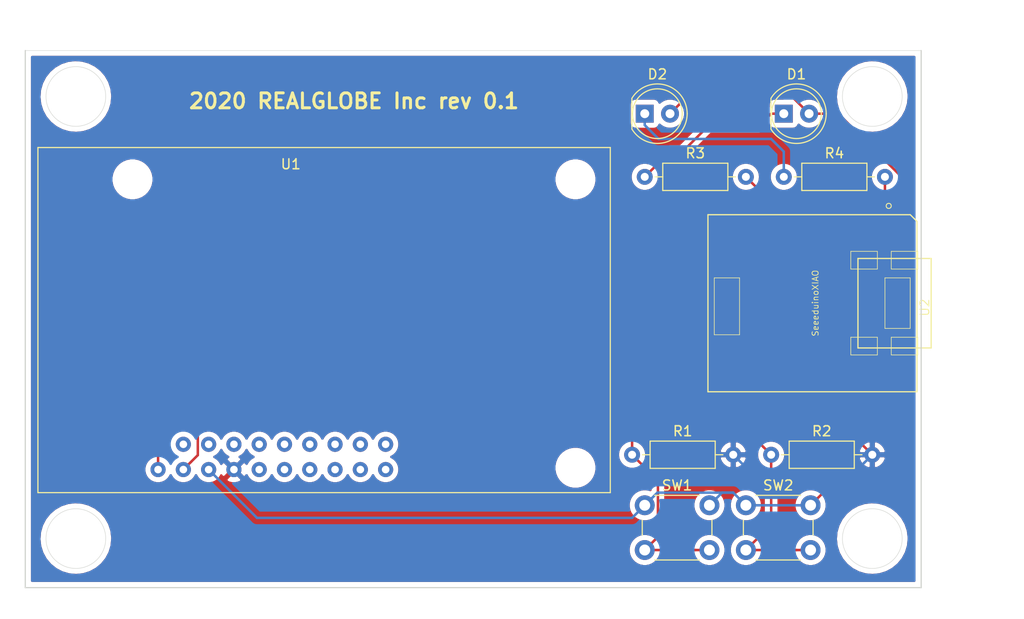
<source format=kicad_pcb>
(kicad_pcb (version 20171130) (host pcbnew "(5.1.2-1)-1")
  (layers (0 F.Cu signal hide) (31 B.Cu signal) (34 B.Paste user) (35 F.Paste user) (36 B.SilkS user) (37 F.SilkS user) (38 B.Mask user) (39 F.Mask user) (44 Edge.Cuts user))
  (net 0 "")
  (net 1 +3V3)
  (net 2 "Net-(D1-Pad1)")
  (net 3 "Net-(D2-Pad1)")
  (net 4 "Net-(R1-Pad1)")
  (net 5 GND)
  (net 6 "Net-(R2-Pad1)")
  (net 7 "Net-(R3-Pad2)")
  (net 8 "Net-(R4-Pad2)")
  (net 9 "Net-(U1-Pad19)")
  (net 10 "Net-(U1-Pad18)")
  (net 11 "Net-(U1-Pad15)")
  (net 12 "Net-(U1-Pad14)")
  (net 13 "Net-(U1-Pad13)")
  (net 14 "Net-(U1-Pad12)")
  (net 15 "Net-(U1-Pad11)")
  (net 16 "Net-(U1-Pad10)")
  (net 17 "Net-(U1-Pad9)")
  (net 18 "Net-(U1-Pad8)")
  (net 19 "Net-(U1-Pad7)")
  (net 20 "Net-(U1-Pad6)")
  (net 21 "Net-(U1-Pad5)")
  (net 22 "Net-(U1-Pad4)")
  (net 23 "Net-(U1-Pad3)")
  (net 24 "Net-(U1-Pad1)")
  (net 25 "Net-(U1-Pad2)")
  (net 26 "Net-(U2-Pad14)")
  (net 27 "Net-(U2-Pad11)")
  (net 28 "Net-(U2-Pad10)")
  (net 29 "Net-(U2-Pad9)")
  (net 30 "Net-(U2-Pad8)")
  (net 31 "Net-(U2-Pad5)")
  (net 32 "Net-(U2-Pad15)")
  (net 33 "Net-(U2-Pad16)")
  (net 34 "Net-(U2-Pad17)")
  (net 35 "Net-(U2-Pad18)")
  (net 36 "Net-(U2-Pad19)")
  (net 37 "Net-(U2-Pad20)")
  (module Button_Switch_THT:SW_PUSH_6mm (layer F.Cu) (at 62.23 45.72)
    (fp_text reference SW1 (at 3.25 -2) (layer F.SilkS))
    (fp_text value SW_Push)
    (fp_line (start 1 5.5) (end 5.5 5.5) (layer F.SilkS) (width 0.12))
    (fp_line (start -0.25 1.5) (end -0.25 3) (layer F.SilkS) (width 0.12))
    (fp_line (start 5.5 -1) (end 1 -1) (layer F.SilkS) (width 0.12))
    (fp_line (start 6.75 3) (end 6.75 1.5) (layer F.SilkS) (width 0.12))
    (pad 2 thru_hole circle (at 0 4.5 90) (size 2 2) (drill 1.1) (layers *.Cu *.Mask) (net 4 "Net-(R1-Pad1)"))
    (pad 1 thru_hole circle (at 0 0 90) (size 2 2) (drill 1.1) (layers *.Cu *.Mask) (net 1 +3V3))
    (pad 2 thru_hole circle (at 6.5 4.5 90) (size 2 2) (drill 1.1) (layers *.Cu *.Mask) (net 4 "Net-(R1-Pad1)"))
    (pad 1 thru_hole circle (at 6.5 0 90) (size 2 2) (drill 1.1) (layers *.Cu *.Mask) (net 1 +3V3))
  )
  (module LED_THT:LED_D5.0mm (layer F.Cu) (at 76.2 6.35)
    (fp_text reference D1 (at 1.27 -3.96) (layer F.SilkS))
    (fp_text value LED)
    (fp_line (start -1.29 -1.545) (end -1.29 1.545) (layer F.SilkS) (width 0.12))
    (fp_circle (center 1.27 0) (end 3.77 0) (layer F.SilkS) (width 0.12))
    (fp_arc (start 1.27 0) (end -1.29 1.54483) (angle -148.9) (layer F.SilkS) (width 0.12))
    (fp_arc (start 1.27 0) (end -1.29 -1.54483) (angle 148.9) (layer F.SilkS) (width 0.12))
    (pad 2 thru_hole circle (at 2.54 0) (size 1.8 1.8) (drill 0.9) (layers *.Cu *.Mask) (net 1 +3V3))
    (pad 1 thru_hole rect (at 0 0) (size 1.8 1.8) (drill 0.9) (layers *.Cu *.Mask) (net 2 "Net-(D1-Pad1)"))
  )
  (module LED_THT:LED_D5.0mm (layer F.Cu) (at 62.23 6.35)
    (fp_text reference D2 (at 1.27 -3.96) (layer F.SilkS))
    (fp_text value LED)
    (fp_arc (start 1.27 0) (end -1.29 -1.54483) (angle 148.9) (layer F.SilkS) (width 0.12))
    (fp_arc (start 1.27 0) (end -1.29 1.54483) (angle -148.9) (layer F.SilkS) (width 0.12))
    (fp_circle (center 1.27 0) (end 3.77 0) (layer F.SilkS) (width 0.12))
    (fp_line (start -1.29 -1.545) (end -1.29 1.545) (layer F.SilkS) (width 0.12))
    (pad 1 thru_hole rect (at 0 0) (size 1.8 1.8) (drill 0.9) (layers *.Cu *.Mask) (net 3 "Net-(D2-Pad1)"))
    (pad 2 thru_hole circle (at 2.54 0) (size 1.8 1.8) (drill 0.9) (layers *.Cu *.Mask) (net 1 +3V3))
  )
  (module Resistor_THT:R_Axial_DIN0207_L6.3mm_D2.5mm_P10.16mm_Horizontal (layer F.Cu) (at 60.96 40.64)
    (fp_text reference R1 (at 5.08 -2.37) (layer F.SilkS))
    (fp_text value R)
    (fp_line (start 1.81 -1.37) (end 1.81 1.37) (layer F.SilkS) (width 0.12))
    (fp_line (start 1.81 1.37) (end 8.35 1.37) (layer F.SilkS) (width 0.12))
    (fp_line (start 8.35 1.37) (end 8.35 -1.37) (layer F.SilkS) (width 0.12))
    (fp_line (start 8.35 -1.37) (end 1.81 -1.37) (layer F.SilkS) (width 0.12))
    (fp_line (start 1.04 0) (end 1.81 0) (layer F.SilkS) (width 0.12))
    (fp_line (start 9.12 0) (end 8.35 0) (layer F.SilkS) (width 0.12))
    (pad 1 thru_hole circle (at 0 0) (size 1.6 1.6) (drill 0.8) (layers *.Cu *.Mask) (net 4 "Net-(R1-Pad1)"))
    (pad 2 thru_hole oval (at 10.16 0) (size 1.6 1.6) (drill 0.8) (layers *.Cu *.Mask) (net 5 GND))
  )
  (module Resistor_THT:R_Axial_DIN0207_L6.3mm_D2.5mm_P10.16mm_Horizontal (layer F.Cu) (at 74.93 40.64)
    (fp_text reference R2 (at 5.08 -2.37) (layer F.SilkS))
    (fp_text value R)
    (fp_line (start 9.12 0) (end 8.35 0) (layer F.SilkS) (width 0.12))
    (fp_line (start 1.04 0) (end 1.81 0) (layer F.SilkS) (width 0.12))
    (fp_line (start 8.35 -1.37) (end 1.81 -1.37) (layer F.SilkS) (width 0.12))
    (fp_line (start 8.35 1.37) (end 8.35 -1.37) (layer F.SilkS) (width 0.12))
    (fp_line (start 1.81 1.37) (end 8.35 1.37) (layer F.SilkS) (width 0.12))
    (fp_line (start 1.81 -1.37) (end 1.81 1.37) (layer F.SilkS) (width 0.12))
    (pad 2 thru_hole oval (at 10.16 0) (size 1.6 1.6) (drill 0.8) (layers *.Cu *.Mask) (net 5 GND))
    (pad 1 thru_hole circle (at 0 0) (size 1.6 1.6) (drill 0.8) (layers *.Cu *.Mask) (net 6 "Net-(R2-Pad1)"))
  )
  (module Resistor_THT:R_Axial_DIN0207_L6.3mm_D2.5mm_P10.16mm_Horizontal (layer F.Cu) (at 62.23 12.7)
    (fp_text reference R3 (at 5.08 -2.37) (layer F.SilkS))
    (fp_text value R)
    (fp_line (start 1.81 -1.37) (end 1.81 1.37) (layer F.SilkS) (width 0.12))
    (fp_line (start 1.81 1.37) (end 8.35 1.37) (layer F.SilkS) (width 0.12))
    (fp_line (start 8.35 1.37) (end 8.35 -1.37) (layer F.SilkS) (width 0.12))
    (fp_line (start 8.35 -1.37) (end 1.81 -1.37) (layer F.SilkS) (width 0.12))
    (fp_line (start 1.04 0) (end 1.81 0) (layer F.SilkS) (width 0.12))
    (fp_line (start 9.12 0) (end 8.35 0) (layer F.SilkS) (width 0.12))
    (pad 1 thru_hole circle (at 0 0) (size 1.6 1.6) (drill 0.8) (layers *.Cu *.Mask) (net 2 "Net-(D1-Pad1)"))
    (pad 2 thru_hole oval (at 10.16 0) (size 1.6 1.6) (drill 0.8) (layers *.Cu *.Mask) (net 7 "Net-(R3-Pad2)"))
  )
  (module Resistor_THT:R_Axial_DIN0207_L6.3mm_D2.5mm_P10.16mm_Horizontal (layer F.Cu) (at 76.2 12.7)
    (fp_text reference R4 (at 5.08 -2.37) (layer F.SilkS))
    (fp_text value R)
    (fp_line (start 9.12 0) (end 8.35 0) (layer F.SilkS) (width 0.12))
    (fp_line (start 1.04 0) (end 1.81 0) (layer F.SilkS) (width 0.12))
    (fp_line (start 8.35 -1.37) (end 1.81 -1.37) (layer F.SilkS) (width 0.12))
    (fp_line (start 8.35 1.37) (end 8.35 -1.37) (layer F.SilkS) (width 0.12))
    (fp_line (start 1.81 1.37) (end 8.35 1.37) (layer F.SilkS) (width 0.12))
    (fp_line (start 1.81 -1.37) (end 1.81 1.37) (layer F.SilkS) (width 0.12))
    (pad 2 thru_hole oval (at 10.16 0) (size 1.6 1.6) (drill 0.8) (layers *.Cu *.Mask) (net 8 "Net-(R4-Pad2)"))
    (pad 1 thru_hole circle (at 0 0) (size 1.6 1.6) (drill 0.8) (layers *.Cu *.Mask) (net 3 "Net-(D2-Pad1)"))
  )
  (module Button_Switch_THT:SW_PUSH_6mm (layer F.Cu) (at 72.39 45.72)
    (fp_text reference SW2 (at 3.25 -2) (layer F.SilkS))
    (fp_text value SW_Push)
    (fp_line (start 1 5.5) (end 5.5 5.5) (layer F.SilkS) (width 0.12))
    (fp_line (start -0.25 1.5) (end -0.25 3) (layer F.SilkS) (width 0.12))
    (fp_line (start 5.5 -1) (end 1 -1) (layer F.SilkS) (width 0.12))
    (fp_line (start 6.75 3) (end 6.75 1.5) (layer F.SilkS) (width 0.12))
    (pad 2 thru_hole circle (at 0 4.5 90) (size 2 2) (drill 1.1) (layers *.Cu *.Mask) (net 6 "Net-(R2-Pad1)"))
    (pad 1 thru_hole circle (at 0 0 90) (size 2 2) (drill 1.1) (layers *.Cu *.Mask) (net 1 +3V3))
    (pad 2 thru_hole circle (at 6.5 4.5 90) (size 2 2) (drill 1.1) (layers *.Cu *.Mask) (net 6 "Net-(R2-Pad1)"))
    (pad 1 thru_hole circle (at 6.5 0 90) (size 2 2) (drill 1.1) (layers *.Cu *.Mask) (net 1 +3V3))
  )
  (module MH-Z14A:MH-Z14A (layer F.Cu) (at 1.27 44.45)
    (fp_text reference U1 (at 25.4 -33.02) (layer F.SilkS))
    (fp_text value MH-Z14A)
    (fp_line (start 0 0) (end 57.5 0) (layer F.SilkS) (width 0.12))
    (fp_line (start 0 -34.7) (end 57.5 -34.7) (layer F.SilkS) (width 0.12))
    (fp_line (start 0 -34.7) (end 0 0) (layer F.SilkS) (width 0.12))
    (fp_line (start 57.5 -34.7) (end 57.5 0) (layer F.SilkS) (width 0.12))
    (pad "" np_thru_hole circle (at 9.5 -31.5) (size 3 3) (drill 3) (layers *.Cu *.Mask))
    (pad 19 thru_hole circle (at 12.07 -2.32) (size 1.524 1.524) (drill 0.762) (layers *.Cu *.Mask) (net 9 "Net-(U1-Pad19)"))
    (pad 18 thru_hole circle (at 14.61 -2.32) (size 1.524 1.524) (drill 0.762) (layers *.Cu *.Mask) (net 10 "Net-(U1-Pad18)"))
    (pad 17 thru_hole circle (at 17.15 -2.32) (size 1.524 1.524) (drill 0.762) (layers *.Cu *.Mask) (net 1 +3V3))
    (pad 16 thru_hole circle (at 19.69 -2.32) (size 1.524 1.524) (drill 0.762) (layers *.Cu *.Mask) (net 5 GND))
    (pad 15 thru_hole circle (at 19.69 -4.86) (size 1.524 1.524) (drill 0.762) (layers *.Cu *.Mask) (net 11 "Net-(U1-Pad15)"))
    (pad 14 thru_hole circle (at 17.15 -4.86) (size 1.524 1.524) (drill 0.762) (layers *.Cu *.Mask) (net 12 "Net-(U1-Pad14)"))
    (pad 13 thru_hole circle (at 14.61 -4.86) (size 1.524 1.524) (drill 0.762) (layers *.Cu *.Mask) (net 13 "Net-(U1-Pad13)"))
    (pad 12 thru_hole circle (at 34.93 -4.86) (size 1.524 1.524) (drill 0.762) (layers *.Cu *.Mask) (net 14 "Net-(U1-Pad12)"))
    (pad 11 thru_hole circle (at 34.93 -2.32) (size 1.524 1.524) (drill 0.762) (layers *.Cu *.Mask) (net 15 "Net-(U1-Pad11)"))
    (pad 10 thru_hole circle (at 32.39 -4.86) (size 1.524 1.524) (drill 0.762) (layers *.Cu *.Mask) (net 16 "Net-(U1-Pad10)"))
    (pad 9 thru_hole circle (at 32.39 -2.32) (size 1.524 1.524) (drill 0.762) (layers *.Cu *.Mask) (net 17 "Net-(U1-Pad9)"))
    (pad 8 thru_hole circle (at 29.85 -4.86) (size 1.524 1.524) (drill 0.762) (layers *.Cu *.Mask) (net 18 "Net-(U1-Pad8)"))
    (pad 7 thru_hole circle (at 29.85 -2.32) (size 1.524 1.524) (drill 0.762) (layers *.Cu *.Mask) (net 19 "Net-(U1-Pad7)"))
    (pad 6 thru_hole circle (at 27.31 -4.86) (size 1.524 1.524) (drill 0.762) (layers *.Cu *.Mask) (net 20 "Net-(U1-Pad6)"))
    (pad 5 thru_hole circle (at 27.31 -2.32) (size 1.524 1.524) (drill 0.762) (layers *.Cu *.Mask) (net 21 "Net-(U1-Pad5)"))
    (pad 4 thru_hole circle (at 24.77 -4.86) (size 1.524 1.524) (drill 0.762) (layers *.Cu *.Mask) (net 22 "Net-(U1-Pad4)"))
    (pad 3 thru_hole circle (at 24.77 -2.32) (size 1.524 1.524) (drill 0.762) (layers *.Cu *.Mask) (net 23 "Net-(U1-Pad3)"))
    (pad 1 thru_hole circle (at 22.23 -2.32) (size 1.524 1.524) (drill 0.762) (layers *.Cu *.Mask) (net 24 "Net-(U1-Pad1)"))
    (pad 2 thru_hole circle (at 22.23 -4.86) (size 1.524 1.524) (drill 0.762) (layers *.Cu *.Mask) (net 25 "Net-(U1-Pad2)"))
    (pad "" np_thru_hole circle (at 54 -31.5) (size 3 3) (drill 3) (layers *.Cu *.Mask))
    (pad "" np_thru_hole circle (at 54 -2.5) (size 3 3) (drill 3) (layers *.Cu *.Mask))
  )
  (module "Seeeduino XIAO:Seeeduino XIAO-MOUDLE14P-2.54-21X17.8MM" (layer F.Cu) (at 68.58 16.51 270)
    (fp_text reference U2 (at 9.3345 -21.7805 90) (layer F.SilkS) (effects (font (size 0.889 0.889) (thickness 0.1016))))
    (fp_text value SeeeduinoXIAO (at 8.89 -10.795 90) (layer F.SilkS) (effects (font (size 0.6096 0.6096) (thickness 0.0762))))
    (fp_circle (center -0.889 -18.161) (end -0.889 -18.415) (layer F.SilkS) (width 0.1))
    (fp_line (start 4.3942 -15.06982) (end 4.3942 -22.42312) (layer F.SilkS) (width 0.127))
    (fp_line (start 13.39342 -15.06982) (end 4.3942 -15.06982) (layer F.SilkS) (width 0.127))
    (fp_line (start 13.39342 -22.42312) (end 13.39342 -15.06982) (layer F.SilkS) (width 0.127))
    (fp_line (start 4.39928 -22.42312) (end 13.39342 -22.42312) (layer F.SilkS) (width 0.127))
    (fp_line (start 0 -20.32762) (end 0 0) (layer F.SilkS) (width 0.127))
    (fp_line (start 0.67056 -20.99818) (end 0 -20.32762) (layer F.SilkS) (width 0.127))
    (fp_line (start 17.79778 -20.99818) (end 0.67056 -20.99818) (layer F.SilkS) (width 0.127))
    (fp_line (start 17.79778 0) (end 17.79778 -20.99818) (layer F.SilkS) (width 0.127))
    (fp_line (start 0 0) (end 17.79778 0) (layer F.SilkS) (width 0.127))
    (fp_line (start 12.319 -18.415) (end 12.319 -21.082) (layer F.SilkS) (width 0.06604))
    (fp_line (start 12.319 -21.082) (end 14.097 -21.082) (layer F.SilkS) (width 0.06604))
    (fp_line (start 14.097 -18.415) (end 14.097 -21.082) (layer F.SilkS) (width 0.06604))
    (fp_line (start 12.319 -18.415) (end 14.097 -18.415) (layer F.SilkS) (width 0.06604))
    (fp_line (start 12.319 -14.34846) (end 12.319 -17.018) (layer F.SilkS) (width 0.06604))
    (fp_line (start 12.319 -17.018) (end 14.097 -17.018) (layer F.SilkS) (width 0.06604))
    (fp_line (start 14.097 -14.34846) (end 14.097 -17.018) (layer F.SilkS) (width 0.06604))
    (fp_line (start 12.319 -14.34846) (end 14.097 -14.34846) (layer F.SilkS) (width 0.06604))
    (fp_line (start 3.683 -14.34846) (end 3.683 -17.018) (layer F.SilkS) (width 0.06604))
    (fp_line (start 3.683 -17.018) (end 5.461 -17.018) (layer F.SilkS) (width 0.06604))
    (fp_line (start 5.461 -14.34846) (end 5.461 -17.018) (layer F.SilkS) (width 0.06604))
    (fp_line (start 3.683 -14.34846) (end 5.461 -14.34846) (layer F.SilkS) (width 0.06604))
    (fp_line (start 3.683 -18.415) (end 3.683 -21.082) (layer F.SilkS) (width 0.06604))
    (fp_line (start 3.683 -21.082) (end 5.461 -21.082) (layer F.SilkS) (width 0.06604))
    (fp_line (start 5.461 -18.415) (end 5.461 -21.082) (layer F.SilkS) (width 0.06604))
    (fp_line (start 3.683 -18.415) (end 5.461 -18.415) (layer F.SilkS) (width 0.06604))
    (fp_line (start 6.35 -0.635) (end 6.35 -3.175) (layer F.SilkS) (width 0.06604))
    (fp_line (start 6.35 -3.175) (end 12.065 -3.175) (layer F.SilkS) (width 0.06604))
    (fp_line (start 12.065 -0.635) (end 12.065 -3.175) (layer F.SilkS) (width 0.06604))
    (fp_line (start 6.35 -0.635) (end 12.065 -0.635) (layer F.SilkS) (width 0.06604))
    (fp_line (start 6.35 -17.78) (end 6.35 -20.32) (layer F.SilkS) (width 0.06604))
    (fp_line (start 6.35 -20.32) (end 11.43 -20.32) (layer F.SilkS) (width 0.06604))
    (fp_line (start 11.43 -17.78) (end 11.43 -20.32) (layer F.SilkS) (width 0.06604))
    (fp_line (start 6.35 -17.78) (end 11.43 -17.78) (layer F.SilkS) (width 0.06604))
    (pad 14 smd oval (at 16.99768 -18.11782 270) (size 2.74828 1.99898) (layers F.Cu F.Paste F.Mask) (net 26 "Net-(U2-Pad14)"))
    (pad 13 smd oval (at 16.99768 -15.57782 270) (size 2.74828 1.99898) (layers F.Cu F.Paste F.Mask) (net 5 GND))
    (pad 12 smd oval (at 16.99768 -13.03782 270) (size 2.74828 1.99898) (layers F.Cu F.Paste F.Mask) (net 1 +3V3))
    (pad 11 smd oval (at 16.99768 -10.49782 270) (size 2.74828 1.99898) (layers F.Cu F.Paste F.Mask) (net 27 "Net-(U2-Pad11)"))
    (pad 10 smd oval (at 16.99768 -7.95782 270) (size 2.74828 1.99898) (layers F.Cu F.Paste F.Mask) (net 28 "Net-(U2-Pad10)"))
    (pad 9 smd oval (at 16.99768 -5.41782 270) (size 2.74828 1.99898) (layers F.Cu F.Paste F.Mask) (net 29 "Net-(U2-Pad9)"))
    (pad 8 smd oval (at 16.99768 -2.87782 270) (size 2.74828 1.99898) (layers F.Cu F.Paste F.Mask) (net 30 "Net-(U2-Pad8)"))
    (pad 7 smd oval (at 0.83312 -2.87782 270) (size 2.74828 1.99898) (layers F.Cu F.Paste F.Mask) (net 9 "Net-(U1-Pad19)"))
    (pad 6 smd oval (at 0.83312 -5.41782 270) (size 2.74828 1.99898) (layers F.Cu F.Paste F.Mask) (net 10 "Net-(U1-Pad18)"))
    (pad 5 smd oval (at 0.83312 -7.95782 270) (size 2.74828 1.99898) (layers F.Cu F.Paste F.Mask) (net 31 "Net-(U2-Pad5)"))
    (pad 4 smd oval (at 0.83312 -10.49782 270) (size 2.74828 1.99898) (layers F.Cu F.Paste F.Mask) (net 4 "Net-(R1-Pad1)"))
    (pad 3 smd oval (at 0.83312 -13.03782 270) (size 2.74828 1.99898) (layers F.Cu F.Paste F.Mask) (net 6 "Net-(R2-Pad1)"))
    (pad 2 smd oval (at 0.83312 -15.57782 270) (size 2.74828 1.99898) (layers F.Cu F.Paste F.Mask) (net 7 "Net-(R3-Pad2)"))
    (pad 1 smd oval (at 0.83312 -18.11782 270) (size 2.74828 1.99898) (layers F.Cu F.Paste F.Mask) (net 8 "Net-(R4-Pad2)"))
    (pad 15 smd oval (at 7.7 -1.8) (size 2.032 1.016) (layers F.Cu F.Paste F.Mask) (net 32 "Net-(U2-Pad15)"))
    (pad 16 smd oval (at 10.25 -1.8) (size 2.032 1.016) (layers F.Cu F.Paste F.Mask) (net 33 "Net-(U2-Pad16)"))
    (pad 17 smd circle (at 7.698803 -18.804187) (size 1.143 1.143) (layers F.Cu F.Paste F.Mask) (net 34 "Net-(U2-Pad17)"))
    (pad 18 smd circle (at 10.238803 -18.804187) (size 1.143 1.143) (layers F.Cu F.Paste F.Mask) (net 35 "Net-(U2-Pad18)"))
    (pad 19 smd circle (at 7.698803 -16.264187) (size 1.143 1.143) (layers F.Cu F.Paste F.Mask) (net 36 "Net-(U2-Pad19)"))
    (pad 20 smd circle (at 10.238803 -16.264187) (size 1.143 1.143) (layers F.Cu F.Paste F.Mask) (net 37 "Net-(U2-Pad20)"))
  )
  (gr_text "2020 REALGLOBE Inc rev 0.1" (at 33.02 5.08) (layer F.SilkS) (effects (font (size 1.5 1.5) (thickness 0.3))))
  (gr_circle (center 5.08 49.07) (end 8.08 49.07) (layer Edge.Cuts) (width 0.05))
  (gr_circle (center 5.08 4.62) (end 8.08 4.62) (layer Edge.Cuts) (width 0.05))
  (gr_circle (center 85.09 4.62) (end 88.09 4.62) (layer Edge.Cuts) (width 0.05))
  (gr_circle (center 85.09 49.07) (end 88.09 49.07) (layer Edge.Cuts) (width 0.05))
  (gr_line (start 0 54) (end 90 54) (layer Edge.Cuts) (width 0.12))
  (gr_line (start 90 0) (end 90 54) (layer Edge.Cuts) (width 0.12))
  (gr_line (start 0 0) (end 0 54) (layer Edge.Cuts) (width 0.12))
  (gr_line (start 0 0) (end 90 0) (layer Edge.Cuts) (width 0.05))
  (segment (start 81.675002 6.35) (end 80.012792 6.35) (width 0.25) (layer F.Cu) (net 1))
  (segment (start 80.012792 6.35) (end 78.74 6.35) (width 0.25) (layer F.Cu) (net 1))
  (segment (start 88.02232 12.697318) (end 81.675002 6.35) (width 0.25) (layer F.Cu) (net 1))
  (segment (start 88.02232 18.266395) (end 88.02232 12.697318) (width 0.25) (layer F.Cu) (net 1))
  (segment (start 83.609195 22.67952) (end 88.02232 18.266395) (width 0.25) (layer F.Cu) (net 1))
  (segment (start 83.609195 29.892165) (end 83.609195 22.67952) (width 0.25) (layer F.Cu) (net 1))
  (segment (start 81.61782 31.88354) (end 83.609195 29.892165) (width 0.25) (layer F.Cu) (net 1))
  (segment (start 81.61782 33.50768) (end 81.61782 31.88354) (width 0.25) (layer F.Cu) (net 1))
  (segment (start 65.669999 5.450001) (end 64.77 6.35) (width 0.25) (layer F.Cu) (net 1))
  (segment (start 67.31 3.81) (end 65.669999 5.450001) (width 0.25) (layer F.Cu) (net 1))
  (segment (start 76.2 3.81) (end 67.31 3.81) (width 0.25) (layer F.Cu) (net 1))
  (segment (start 78.74 6.35) (end 76.2 3.81) (width 0.25) (layer F.Cu) (net 1))
  (segment (start 81.61782 42.99218) (end 78.89 45.72) (width 0.25) (layer F.Cu) (net 1))
  (segment (start 81.61782 33.50768) (end 81.61782 42.99218) (width 0.25) (layer F.Cu) (net 1))
  (segment (start 60.96 46.99) (end 62.23 45.72) (width 0.25) (layer B.Cu) (net 1))
  (segment (start 23.28 46.99) (end 60.96 46.99) (width 0.25) (layer B.Cu) (net 1))
  (segment (start 18.42 42.13) (end 23.28 46.99) (width 0.25) (layer B.Cu) (net 1))
  (segment (start 72.39 45.72) (end 71.12 44.45) (width 0.25) (layer B.Cu) (net 1))
  (segment (start 71.12 44.45) (end 63.5 44.45) (width 0.25) (layer B.Cu) (net 1))
  (segment (start 63.5 44.45) (end 62.23 45.72) (width 0.25) (layer B.Cu) (net 1))
  (segment (start 70 44.45) (end 68.73 45.72) (width 0.25) (layer B.Cu) (net 1))
  (segment (start 71.12 44.45) (end 70 44.45) (width 0.25) (layer B.Cu) (net 1))
  (segment (start 72.39 45.72) (end 78.89 45.72) (width 0.25) (layer B.Cu) (net 1))
  (segment (start 76.2 6.35) (end 74.93 6.35) (width 0.25) (layer F.Cu) (net 2))
  (segment (start 74.93 6.35) (end 73.66 7.62) (width 0.25) (layer F.Cu) (net 2))
  (segment (start 73.66 7.62) (end 68.58 7.62) (width 0.25) (layer F.Cu) (net 2))
  (segment (start 68.58 7.62) (end 66.04 10.16) (width 0.25) (layer F.Cu) (net 2))
  (segment (start 64.77 10.16) (end 62.23 12.7) (width 0.25) (layer F.Cu) (net 2))
  (segment (start 66.04 10.16) (end 64.77 10.16) (width 0.25) (layer F.Cu) (net 2))
  (segment (start 76.2 10.16) (end 76.2 12.7) (width 0.25) (layer B.Cu) (net 3))
  (segment (start 74.93 8.89) (end 76.2 10.16) (width 0.25) (layer B.Cu) (net 3))
  (segment (start 63.62 8.89) (end 74.93 8.89) (width 0.25) (layer B.Cu) (net 3))
  (segment (start 62.23 7.5) (end 63.62 8.89) (width 0.25) (layer B.Cu) (net 3))
  (segment (start 62.23 6.35) (end 62.23 7.5) (width 0.25) (layer B.Cu) (net 3))
  (segment (start 79.07782 17.44218) (end 74.93 21.59) (width 0.25) (layer F.Cu) (net 4))
  (segment (start 79.07782 17.34312) (end 79.07782 17.44218) (width 0.25) (layer F.Cu) (net 4))
  (segment (start 74.93 21.59) (end 69.85 21.59) (width 0.25) (layer F.Cu) (net 4))
  (segment (start 60.96 30.48) (end 60.96 40.64) (width 0.25) (layer F.Cu) (net 4))
  (segment (start 69.85 21.59) (end 60.96 30.48) (width 0.25) (layer F.Cu) (net 4))
  (segment (start 63.229999 49.220001) (end 62.23 50.22) (width 0.25) (layer F.Cu) (net 4))
  (segment (start 63.555001 48.894999) (end 63.229999 49.220001) (width 0.25) (layer F.Cu) (net 4))
  (segment (start 63.555001 43.235001) (end 63.555001 48.894999) (width 0.25) (layer F.Cu) (net 4))
  (segment (start 60.96 40.64) (end 63.555001 43.235001) (width 0.25) (layer F.Cu) (net 4))
  (segment (start 67.315787 50.22) (end 62.23 50.22) (width 0.25) (layer F.Cu) (net 4))
  (segment (start 68.73 50.22) (end 67.315787 50.22) (width 0.25) (layer F.Cu) (net 4))
  (segment (start 84.15782 39.70782) (end 85.09 40.64) (width 0.25) (layer F.Cu) (net 5))
  (segment (start 84.15782 33.50768) (end 84.15782 39.70782) (width 0.25) (layer F.Cu) (net 5))
  (segment (start 82.55 43.18) (end 84.290001 41.439999) (width 0.25) (layer B.Cu) (net 5))
  (segment (start 73.66 43.18) (end 82.55 43.18) (width 0.25) (layer B.Cu) (net 5))
  (segment (start 84.290001 41.439999) (end 85.09 40.64) (width 0.25) (layer B.Cu) (net 5))
  (segment (start 71.12 40.64) (end 73.66 43.18) (width 0.25) (layer B.Cu) (net 5))
  (segment (start 20.96 42.13) (end 24.55 45.72) (width 0.25) (layer B.Cu) (net 5))
  (segment (start 24.55 45.72) (end 58.42 45.72) (width 0.25) (layer B.Cu) (net 5))
  (segment (start 58.42 45.72) (end 60.96 43.18) (width 0.25) (layer B.Cu) (net 5))
  (segment (start 60.96 43.18) (end 69.85 43.18) (width 0.25) (layer B.Cu) (net 5))
  (segment (start 69.85 43.18) (end 71.12 41.91) (width 0.25) (layer B.Cu) (net 5))
  (segment (start 71.12 41.91) (end 71.12 40.64) (width 0.25) (layer B.Cu) (net 5))
  (segment (start 74.130001 39.840001) (end 74.93 40.64) (width 0.25) (layer F.Cu) (net 6))
  (segment (start 81.61782 17.71777) (end 70.13332 29.20227) (width 0.25) (layer F.Cu) (net 6))
  (segment (start 70.13332 35.84332) (end 74.130001 39.840001) (width 0.25) (layer F.Cu) (net 6))
  (segment (start 70.13332 29.20227) (end 70.13332 35.84332) (width 0.25) (layer F.Cu) (net 6))
  (segment (start 81.61782 17.34312) (end 81.61782 17.71777) (width 0.25) (layer F.Cu) (net 6))
  (segment (start 74.93 47.68) (end 72.39 50.22) (width 0.25) (layer F.Cu) (net 6))
  (segment (start 74.93 40.64) (end 74.93 47.68) (width 0.25) (layer F.Cu) (net 6))
  (segment (start 77.475787 50.22) (end 72.39 50.22) (width 0.25) (layer F.Cu) (net 6))
  (segment (start 78.89 50.22) (end 77.475787 50.22) (width 0.25) (layer F.Cu) (net 6))
  (segment (start 84.15782 16.96847) (end 84.15782 17.34312) (width 0.25) (layer F.Cu) (net 7))
  (segment (start 82.42935 15.24) (end 84.15782 16.96847) (width 0.25) (layer F.Cu) (net 7))
  (segment (start 74.93 15.24) (end 82.42935 15.24) (width 0.25) (layer F.Cu) (net 7))
  (segment (start 72.39 12.7) (end 74.93 15.24) (width 0.25) (layer F.Cu) (net 7))
  (segment (start 86.36 17.0053) (end 86.69782 17.34312) (width 0.25) (layer F.Cu) (net 8))
  (segment (start 86.36 12.7) (end 86.36 17.0053) (width 0.25) (layer F.Cu) (net 8))
  (segment (start 70.20833 17.34312) (end 68.58 18.97145) (width 0.25) (layer F.Cu) (net 9))
  (segment (start 71.45782 17.34312) (end 70.20833 17.34312) (width 0.25) (layer F.Cu) (net 9))
  (segment (start 68.58 18.97145) (end 22.93855 18.97145) (width 0.25) (layer F.Cu) (net 9))
  (segment (start 13.34 28.57) (end 13.34 42.13) (width 0.25) (layer F.Cu) (net 9))
  (segment (start 22.93855 18.97145) (end 13.34 28.57) (width 0.25) (layer F.Cu) (net 9))
  (segment (start 73.99782 18.96726) (end 72.64508 20.32) (width 0.25) (layer F.Cu) (net 10))
  (segment (start 73.99782 17.34312) (end 73.99782 18.96726) (width 0.25) (layer F.Cu) (net 10))
  (segment (start 72.64508 20.32) (end 24.13 20.32) (width 0.25) (layer F.Cu) (net 10))
  (segment (start 16.641999 41.368001) (end 15.88 42.13) (width 0.25) (layer F.Cu) (net 10))
  (segment (start 17.332999 40.677001) (end 16.641999 41.368001) (width 0.25) (layer F.Cu) (net 10))
  (segment (start 17.332999 27.117001) (end 17.332999 40.677001) (width 0.25) (layer F.Cu) (net 10))
  (segment (start 24.13 20.32) (end 17.332999 27.117001) (width 0.25) (layer F.Cu) (net 10))
  (zone (net 5) (net_name GND) (layer F.Cu) (connect_pads (clearance 0.508)) (min_thickness 0.254) (fill yes (arc_segments 32) (thermal_gap 0.508) (thermal_bridge_width 0.508))
    (polygon (pts (xy -1.27 -5.08) (xy -3.81 55.88) (xy 97.79 59.69) (xy 97.79 -5.08) (xy 93.98 -5.08)))
  )
  (zone (net 5) (net_name GND) (layer B.Cu) (connect_pads (clearance 0.508)) (min_thickness 0.254) (fill yes (arc_segments 32) (thermal_gap 0.508) (thermal_bridge_width 0.508))
    (polygon (pts (xy -2.54 -2.54) (xy -2.54 55.88) (xy 100.33 57.15) (xy 97.79 -5.08)))
  )
)
</source>
